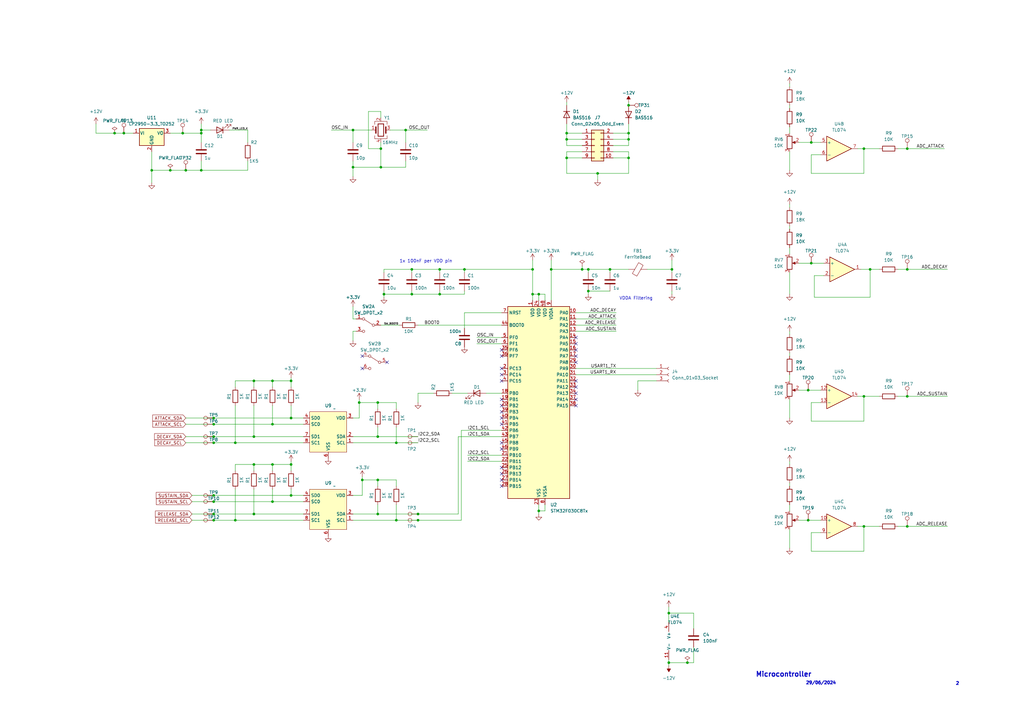
<source format=kicad_sch>
(kicad_sch (version 20230121) (generator eeschema)
  (paper "A3")
  (junction (at 50.8 54.61))
  (junction (at 148.59 196.85))
  (junction (at 331.47 160.02))
  (junction (at 250.19 110.49))
  (junction (at 168.91 120.65))
  (junction (at 111.76 205.74))
  (junction (at 96.52 181.61))
  (junction (at 257.81 57.15))
  (junction (at 162.56 181.61))
  (junction (at 69.85 69.85))
  (junction (at 241.3 119.38))
  (junction (at 180.34 110.49))
  (junction (at 156.21 60.96))
  (junction (at 281.94 271.78))
  (junction (at 104.14 190.5))
  (junction (at 257.81 43.18))
  (junction (at 87.63 213.36))
  (junction (at 190.5 110.49))
  (junction (at 154.94 196.85))
  (junction (at 356.87 110.49))
  (junction (at 372.11 110.49))
  (junction (at 157.48 120.65))
  (junction (at 331.47 213.36))
  (junction (at 119.38 156.21))
  (junction (at 241.3 110.49))
  (junction (at 104.14 156.21))
  (junction (at 274.32 251.46))
  (junction (at 144.78 53.34))
  (junction (at 87.63 210.82))
  (junction (at 372.11 60.96))
  (junction (at 87.63 203.2))
  (junction (at 104.14 179.07))
  (junction (at 76.2 69.85))
  (junction (at 87.63 181.61))
  (junction (at 104.14 210.82))
  (junction (at 354.33 215.9))
  (junction (at 168.91 110.49))
  (junction (at 220.98 120.65))
  (junction (at 82.55 53.34))
  (junction (at 147.32 165.1))
  (junction (at 372.11 215.9))
  (junction (at 144.78 68.58))
  (junction (at 154.94 179.07))
  (junction (at 87.63 173.99))
  (junction (at 119.38 190.5))
  (junction (at 154.94 165.1))
  (junction (at 111.76 173.99))
  (junction (at 372.11 162.56))
  (junction (at 332.74 58.42))
  (junction (at 180.34 120.65))
  (junction (at 82.55 69.85))
  (junction (at 220.98 209.55))
  (junction (at 111.76 156.21))
  (junction (at 275.59 110.49))
  (junction (at 46.99 54.61))
  (junction (at 156.21 68.58))
  (junction (at 245.11 71.12))
  (junction (at 74.93 54.61))
  (junction (at 171.45 213.36))
  (junction (at 257.81 54.61))
  (junction (at 354.33 162.56))
  (junction (at 232.41 54.61))
  (junction (at 87.63 171.45))
  (junction (at 82.55 54.61))
  (junction (at 238.76 110.49))
  (junction (at 166.37 53.34))
  (junction (at 171.45 210.82))
  (junction (at 232.41 57.15))
  (junction (at 218.44 120.65))
  (junction (at 96.52 213.36))
  (junction (at 87.63 179.07))
  (junction (at 119.38 171.45))
  (junction (at 218.44 110.49))
  (junction (at 162.56 213.36))
  (junction (at 274.32 271.78))
  (junction (at 119.38 203.2))
  (junction (at 111.76 190.5))
  (junction (at 354.33 60.96))
  (junction (at 226.06 110.49))
  (junction (at 257.81 64.77))
  (junction (at 87.63 205.74))
  (junction (at 154.94 210.82))
  (junction (at 62.23 69.85))
  (junction (at 332.74 107.95))
  (junction (at 232.41 64.77))
  (no_connect (at 236.22 156.21))
  (no_connect (at 205.74 163.83))
  (no_connect (at 236.22 166.37))
  (no_connect (at 205.74 168.91))
  (no_connect (at 236.22 161.29))
  (no_connect (at 205.74 173.99))
  (no_connect (at 205.74 181.61))
  (no_connect (at 205.74 191.77))
  (no_connect (at 205.74 199.39))
  (no_connect (at 236.22 146.05))
  (no_connect (at 148.59 151.13))
  (no_connect (at 205.74 196.85))
  (no_connect (at 158.75 148.59))
  (no_connect (at 205.74 171.45))
  (no_connect (at 236.22 148.59))
  (no_connect (at 205.74 146.05))
  (no_connect (at 205.74 151.13))
  (no_connect (at 205.74 166.37))
  (no_connect (at 236.22 158.75))
  (no_connect (at 205.74 143.51))
  (no_connect (at 205.74 184.15))
  (no_connect (at 236.22 163.83))
  (no_connect (at 148.59 146.05))
  (no_connect (at 236.22 143.51))
  (no_connect (at 205.74 156.21))
  (no_connect (at 236.22 140.97))
  (no_connect (at 205.74 194.31))
  (no_connect (at 205.74 153.67))
  (no_connect (at 236.22 138.43))
  (wire (pts (xy 332.74 226.06) (xy 354.33 226.06)))
  (wire (pts (xy 104.14 179.07) (xy 124.46 179.07)))
  (wire (pts (xy 372.11 60.96) (xy 387.35 60.96)))
  (wire (pts (xy 226.06 110.49) (xy 238.76 110.49)))
  (wire (pts (xy 356.87 110.49) (xy 353.06 110.49)))
  (wire (pts (xy 220.98 209.55) (xy 220.98 210.82)))
  (wire (pts (xy 82.55 66.04) (xy 82.55 69.85)))
  (wire (pts (xy 241.3 110.49) (xy 250.19 110.49)))
  (wire (pts (xy 257.81 41.91) (xy 257.81 43.18)))
  (wire (pts (xy 144.78 179.07) (xy 154.94 179.07)))
  (wire (pts (xy 154.94 165.1) (xy 162.56 165.1)))
  (wire (pts (xy 327.66 213.36) (xy 331.47 213.36)))
  (wire (pts (xy 336.55 218.44) (xy 332.74 218.44)))
  (wire (pts (xy 104.14 166.37) (xy 104.14 179.07)))
  (wire (pts (xy 236.22 130.81) (xy 252.73 130.81)))
  (wire (pts (xy 257.81 64.77) (xy 257.81 71.12)))
  (wire (pts (xy 96.52 158.75) (xy 96.52 156.21)))
  (wire (pts (xy 274.32 270.51) (xy 274.32 271.78)))
  (wire (pts (xy 251.46 59.69) (xy 257.81 59.69)))
  (wire (pts (xy 334.01 113.03) (xy 334.01 121.92)))
  (wire (pts (xy 147.32 171.45) (xy 144.78 171.45)))
  (wire (pts (xy 166.37 53.34) (xy 175.26 53.34)))
  (wire (pts (xy 331.47 160.02) (xy 336.55 160.02)))
  (wire (pts (xy 232.41 64.77) (xy 232.41 71.12)))
  (wire (pts (xy 232.41 57.15) (xy 232.41 54.61)))
  (wire (pts (xy 354.33 226.06) (xy 354.33 215.9)))
  (wire (pts (xy 154.94 175.26) (xy 154.94 179.07)))
  (wire (pts (xy 275.59 119.38) (xy 275.59 120.65)))
  (wire (pts (xy 76.2 181.61) (xy 87.63 181.61)))
  (wire (pts (xy 257.81 59.69) (xy 257.81 57.15)))
  (wire (pts (xy 187.96 179.07) (xy 205.74 179.07)))
  (wire (pts (xy 96.52 213.36) (xy 124.46 213.36)))
  (wire (pts (xy 275.59 106.68) (xy 275.59 110.49)))
  (wire (pts (xy 96.52 166.37) (xy 96.52 181.61)))
  (wire (pts (xy 87.63 179.07) (xy 104.14 179.07)))
  (wire (pts (xy 156.21 68.58) (xy 166.37 68.58)))
  (wire (pts (xy 157.48 120.65) (xy 168.91 120.65)))
  (wire (pts (xy 87.63 210.82) (xy 104.14 210.82)))
  (wire (pts (xy 354.33 60.96) (xy 360.68 60.96)))
  (wire (pts (xy 148.59 196.85) (xy 154.94 196.85)))
  (wire (pts (xy 226.06 110.49) (xy 226.06 123.19)))
  (wire (pts (xy 157.48 111.76) (xy 157.48 110.49)))
  (wire (pts (xy 144.78 68.58) (xy 156.21 68.58)))
  (wire (pts (xy 154.94 179.07) (xy 171.45 179.07)))
  (wire (pts (xy 195.58 140.97) (xy 205.74 140.97)))
  (wire (pts (xy 232.41 50.8) (xy 232.41 54.61)))
  (wire (pts (xy 245.11 73.66) (xy 245.11 71.12)))
  (wire (pts (xy 257.81 50.8) (xy 257.81 54.61)))
  (wire (pts (xy 148.59 203.2) (xy 144.78 203.2)))
  (wire (pts (xy 147.32 165.1) (xy 147.32 171.45)))
  (wire (pts (xy 232.41 59.69) (xy 232.41 57.15)))
  (wire (pts (xy 323.85 111.76) (xy 323.85 120.65)))
  (wire (pts (xy 274.32 248.92) (xy 274.32 251.46)))
  (wire (pts (xy 250.19 110.49) (xy 257.81 110.49)))
  (wire (pts (xy 323.85 135.89) (xy 323.85 137.16)))
  (wire (pts (xy 180.34 120.65) (xy 190.5 120.65)))
  (wire (pts (xy 104.14 190.5) (xy 104.14 193.04)))
  (wire (pts (xy 111.76 156.21) (xy 111.76 158.75)))
  (wire (pts (xy 78.74 213.36) (xy 87.63 213.36)))
  (wire (pts (xy 104.14 200.66) (xy 104.14 210.82)))
  (wire (pts (xy 180.34 110.49) (xy 190.5 110.49)))
  (wire (pts (xy 166.37 68.58) (xy 166.37 66.04)))
  (wire (pts (xy 356.87 121.92) (xy 356.87 110.49)))
  (wire (pts (xy 327.66 58.42) (xy 332.74 58.42)))
  (wire (pts (xy 144.78 68.58) (xy 144.78 72.39)))
  (wire (pts (xy 199.39 161.29) (xy 205.74 161.29)))
  (wire (pts (xy 332.74 172.72) (xy 354.33 172.72)))
  (wire (pts (xy 257.81 57.15) (xy 257.81 54.61)))
  (wire (pts (xy 119.38 200.66) (xy 119.38 203.2)))
  (wire (pts (xy 104.14 156.21) (xy 104.14 158.75)))
  (wire (pts (xy 151.13 60.96) (xy 156.21 60.96)))
  (wire (pts (xy 69.85 54.61) (xy 74.93 54.61)))
  (wire (pts (xy 327.66 107.95) (xy 332.74 107.95)))
  (wire (pts (xy 154.94 165.1) (xy 147.32 165.1)))
  (wire (pts (xy 157.48 120.65) (xy 157.48 121.92)))
  (wire (pts (xy 372.11 162.56) (xy 388.62 162.56)))
  (wire (pts (xy 190.5 119.38) (xy 190.5 120.65)))
  (wire (pts (xy 87.63 203.2) (xy 119.38 203.2)))
  (wire (pts (xy 156.21 48.26) (xy 156.21 45.72)))
  (wire (pts (xy 144.78 68.58) (xy 144.78 66.04)))
  (wire (pts (xy 111.76 205.74) (xy 124.46 205.74)))
  (wire (pts (xy 62.23 69.85) (xy 62.23 74.93)))
  (wire (pts (xy 218.44 120.65) (xy 220.98 120.65)))
  (wire (pts (xy 76.2 69.85) (xy 82.55 69.85)))
  (wire (pts (xy 218.44 106.68) (xy 218.44 110.49)))
  (wire (pts (xy 190.5 110.49) (xy 218.44 110.49)))
  (wire (pts (xy 351.79 215.9) (xy 354.33 215.9)))
  (wire (pts (xy 144.78 53.34) (xy 144.78 58.42)))
  (wire (pts (xy 87.63 171.45) (xy 119.38 171.45)))
  (wire (pts (xy 78.74 203.2) (xy 87.63 203.2)))
  (wire (pts (xy 232.41 64.77) (xy 238.76 64.77)))
  (wire (pts (xy 238.76 54.61) (xy 232.41 54.61)))
  (wire (pts (xy 104.14 156.21) (xy 111.76 156.21)))
  (wire (pts (xy 241.3 119.38) (xy 241.3 120.65)))
  (wire (pts (xy 323.85 153.67) (xy 323.85 156.21)))
  (wire (pts (xy 87.63 181.61) (xy 96.52 181.61)))
  (wire (pts (xy 111.76 173.99) (xy 124.46 173.99)))
  (wire (pts (xy 323.85 163.83) (xy 323.85 171.45)))
  (wire (pts (xy 171.45 161.29) (xy 171.45 165.1)))
  (wire (pts (xy 166.37 53.34) (xy 166.37 58.42)))
  (wire (pts (xy 78.74 210.82) (xy 87.63 210.82)))
  (wire (pts (xy 93.98 53.34) (xy 101.6 53.34)))
  (wire (pts (xy 368.3 215.9) (xy 372.11 215.9)))
  (wire (pts (xy 87.63 173.99) (xy 111.76 173.99)))
  (wire (pts (xy 78.74 205.74) (xy 87.63 205.74)))
  (wire (pts (xy 76.2 179.07) (xy 87.63 179.07)))
  (wire (pts (xy 171.45 133.35) (xy 205.74 133.35)))
  (wire (pts (xy 144.78 181.61) (xy 162.56 181.61)))
  (wire (pts (xy 119.38 166.37) (xy 119.38 171.45)))
  (wire (pts (xy 327.66 160.02) (xy 331.47 160.02)))
  (wire (pts (xy 168.91 111.76) (xy 168.91 110.49)))
  (wire (pts (xy 220.98 120.65) (xy 223.52 120.65)))
  (wire (pts (xy 238.76 110.49) (xy 241.3 110.49)))
  (wire (pts (xy 168.91 110.49) (xy 180.34 110.49)))
  (wire (pts (xy 281.94 271.78) (xy 284.48 271.78)))
  (wire (pts (xy 332.74 58.42) (xy 336.55 58.42)))
  (wire (pts (xy 144.78 125.73) (xy 144.78 130.81)))
  (wire (pts (xy 96.52 181.61) (xy 124.46 181.61)))
  (wire (pts (xy 336.55 165.1) (xy 332.74 165.1)))
  (wire (pts (xy 82.55 53.34) (xy 86.36 53.34)))
  (wire (pts (xy 238.76 57.15) (xy 232.41 57.15)))
  (wire (pts (xy 157.48 119.38) (xy 157.48 120.65)))
  (wire (pts (xy 87.63 213.36) (xy 96.52 213.36)))
  (wire (pts (xy 87.63 205.74) (xy 111.76 205.74)))
  (wire (pts (xy 76.2 173.99) (xy 87.63 173.99)))
  (wire (pts (xy 218.44 110.49) (xy 218.44 120.65)))
  (wire (pts (xy 351.79 60.96) (xy 354.33 60.96)))
  (wire (pts (xy 323.85 207.01) (xy 323.85 209.55)))
  (wire (pts (xy 171.45 213.36) (xy 189.23 213.36)))
  (wire (pts (xy 69.85 69.85) (xy 76.2 69.85)))
  (wire (pts (xy 50.8 54.61) (xy 54.61 54.61)))
  (wire (pts (xy 189.23 213.36) (xy 189.23 176.53)))
  (wire (pts (xy 323.85 83.82) (xy 323.85 85.09)))
  (wire (pts (xy 111.76 190.5) (xy 111.76 193.04)))
  (wire (pts (xy 223.52 207.01) (xy 223.52 209.55)))
  (wire (pts (xy 154.94 199.39) (xy 154.94 196.85)))
  (wire (pts (xy 76.2 171.45) (xy 87.63 171.45)))
  (wire (pts (xy 154.94 207.01) (xy 154.94 210.82)))
  (wire (pts (xy 323.85 62.23) (xy 323.85 69.85)))
  (wire (pts (xy 111.76 166.37) (xy 111.76 173.99)))
  (wire (pts (xy 323.85 217.17) (xy 323.85 224.79)))
  (wire (pts (xy 236.22 135.89) (xy 252.73 135.89)))
  (wire (pts (xy 162.56 199.39) (xy 162.56 196.85)))
  (wire (pts (xy 274.32 271.78) (xy 274.32 273.05)))
  (wire (pts (xy 205.74 128.27) (xy 190.5 128.27)))
  (wire (pts (xy 241.3 111.76) (xy 241.3 110.49)))
  (wire (pts (xy 284.48 257.81) (xy 284.48 251.46)))
  (wire (pts (xy 323.85 52.07) (xy 323.85 54.61)))
  (wire (pts (xy 238.76 109.22) (xy 238.76 110.49)))
  (wire (pts (xy 191.77 189.23) (xy 205.74 189.23)))
  (wire (pts (xy 96.52 190.5) (xy 104.14 190.5)))
  (wire (pts (xy 372.11 110.49) (xy 388.62 110.49)))
  (wire (pts (xy 189.23 176.53) (xy 205.74 176.53)))
  (wire (pts (xy 368.3 60.96) (xy 372.11 60.96)))
  (wire (pts (xy 257.81 54.61) (xy 251.46 54.61)))
  (wire (pts (xy 168.91 120.65) (xy 180.34 120.65)))
  (wire (pts (xy 190.5 111.76) (xy 190.5 110.49)))
  (wire (pts (xy 62.23 62.23) (xy 62.23 69.85)))
  (wire (pts (xy 46.99 54.61) (xy 50.8 54.61)))
  (wire (pts (xy 144.78 53.34) (xy 152.4 53.34)))
  (wire (pts (xy 162.56 207.01) (xy 162.56 213.36)))
  (wire (pts (xy 156.21 60.96) (xy 156.21 68.58)))
  (wire (pts (xy 144.78 213.36) (xy 162.56 213.36)))
  (wire (pts (xy 156.21 58.42) (xy 156.21 60.96)))
  (wire (pts (xy 257.81 62.23) (xy 257.81 64.77)))
  (wire (pts (xy 368.3 110.49) (xy 372.11 110.49)))
  (wire (pts (xy 354.33 215.9) (xy 360.68 215.9)))
  (wire (pts (xy 147.32 163.83) (xy 147.32 165.1)))
  (wire (pts (xy 332.74 107.95) (xy 337.82 107.95)))
  (wire (pts (xy 251.46 57.15) (xy 257.81 57.15)))
  (wire (pts (xy 372.11 215.9) (xy 388.62 215.9)))
  (wire (pts (xy 323.85 92.71) (xy 323.85 93.98)))
  (wire (pts (xy 74.93 54.61) (xy 82.55 54.61)))
  (wire (pts (xy 354.33 162.56) (xy 360.68 162.56)))
  (wire (pts (xy 226.06 106.68) (xy 226.06 110.49)))
  (wire (pts (xy 96.52 193.04) (xy 96.52 190.5)))
  (wire (pts (xy 275.59 111.76) (xy 275.59 110.49)))
  (wire (pts (xy 111.76 156.21) (xy 119.38 156.21)))
  (wire (pts (xy 236.22 151.13) (xy 269.24 151.13)))
  (wire (pts (xy 220.98 209.55) (xy 223.52 209.55)))
  (wire (pts (xy 332.74 218.44) (xy 332.74 226.06)))
  (wire (pts (xy 332.74 71.12) (xy 354.33 71.12)))
  (wire (pts (xy 154.94 196.85) (xy 162.56 196.85)))
  (wire (pts (xy 82.55 50.8) (xy 82.55 53.34)))
  (wire (pts (xy 191.77 186.69) (xy 205.74 186.69)))
  (wire (pts (xy 101.6 66.04) (xy 101.6 69.85)))
  (wire (pts (xy 323.85 43.18) (xy 323.85 44.45)))
  (wire (pts (xy 336.55 63.5) (xy 332.74 63.5)))
  (wire (pts (xy 156.21 45.72) (xy 151.13 45.72)))
  (wire (pts (xy 119.38 171.45) (xy 124.46 171.45)))
  (wire (pts (xy 148.59 195.58) (xy 148.59 196.85)))
  (wire (pts (xy 111.76 190.5) (xy 119.38 190.5)))
  (wire (pts (xy 236.22 128.27) (xy 252.73 128.27)))
  (wire (pts (xy 223.52 123.19) (xy 223.52 120.65)))
  (wire (pts (xy 351.79 162.56) (xy 354.33 162.56)))
  (wire (pts (xy 238.76 62.23) (xy 232.41 62.23)))
  (wire (pts (xy 269.24 156.21) (xy 261.62 156.21)))
  (wire (pts (xy 332.74 63.5) (xy 332.74 71.12)))
  (wire (pts (xy 232.41 62.23) (xy 232.41 64.77)))
  (wire (pts (xy 154.94 210.82) (xy 171.45 210.82)))
  (wire (pts (xy 218.44 120.65) (xy 218.44 123.19)))
  (wire (pts (xy 323.85 34.29) (xy 323.85 35.56)))
  (wire (pts (xy 168.91 119.38) (xy 168.91 120.65)))
  (wire (pts (xy 236.22 133.35) (xy 252.73 133.35)))
  (wire (pts (xy 354.33 71.12) (xy 354.33 60.96)))
  (wire (pts (xy 274.32 251.46) (xy 284.48 251.46)))
  (wire (pts (xy 265.43 110.49) (xy 275.59 110.49)))
  (wire (pts (xy 119.38 154.94) (xy 119.38 156.21)))
  (wire (pts (xy 119.38 156.21) (xy 119.38 158.75)))
  (wire (pts (xy 232.41 71.12) (xy 245.11 71.12)))
  (wire (pts (xy 135.89 53.34) (xy 144.78 53.34)))
  (wire (pts (xy 190.5 128.27) (xy 190.5 134.62)))
  (wire (pts (xy 82.55 69.85) (xy 101.6 69.85)))
  (wire (pts (xy 144.78 130.81) (xy 146.05 130.81)))
  (wire (pts (xy 119.38 189.23) (xy 119.38 190.5)))
  (wire (pts (xy 257.81 71.12) (xy 245.11 71.12)))
  (wire (pts (xy 332.74 165.1) (xy 332.74 172.72)))
  (wire (pts (xy 195.58 138.43) (xy 205.74 138.43)))
  (wire (pts (xy 250.19 111.76) (xy 250.19 110.49)))
  (wire (pts (xy 82.55 53.34) (xy 82.55 54.61)))
  (wire (pts (xy 274.32 271.78) (xy 281.94 271.78)))
  (wire (pts (xy 144.78 135.89) (xy 146.05 135.89)))
  (wire (pts (xy 69.85 69.85) (xy 62.23 69.85)))
  (wire (pts (xy 356.87 110.49) (xy 360.68 110.49)))
  (wire (pts (xy 241.3 119.38) (xy 250.19 119.38)))
  (wire (pts (xy 151.13 45.72) (xy 151.13 60.96)))
  (wire (pts (xy 104.14 210.82) (xy 124.46 210.82)))
  (wire (pts (xy 323.85 198.12) (xy 323.85 199.39)))
  (wire (pts (xy 39.37 54.61) (xy 46.99 54.61)))
  (wire (pts (xy 331.47 213.36) (xy 336.55 213.36)))
  (wire (pts (xy 162.56 213.36) (xy 171.45 213.36)))
  (wire (pts (xy 101.6 53.34) (xy 101.6 58.42)))
  (wire (pts (xy 354.33 172.72) (xy 354.33 162.56)))
  (wire (pts (xy 104.14 190.5) (xy 111.76 190.5)))
  (wire (pts (xy 323.85 144.78) (xy 323.85 146.05)))
  (wire (pts (xy 323.85 189.23) (xy 323.85 190.5)))
  (wire (pts (xy 160.02 53.34) (xy 166.37 53.34)))
  (wire (pts (xy 96.52 156.21) (xy 104.14 156.21)))
  (wire (pts (xy 96.52 200.66) (xy 96.52 213.36)))
  (wire (pts (xy 180.34 119.38) (xy 180.34 120.65)))
  (wire (pts (xy 144.78 135.89) (xy 144.78 139.7)))
  (wire (pts (xy 284.48 265.43) (xy 284.48 271.78)))
  (wire (pts (xy 337.82 113.03) (xy 334.01 113.03)))
  (wire (pts (xy 162.56 175.26) (xy 162.56 181.61)))
  (wire (pts (xy 232.41 41.91) (xy 232.41 43.18)))
  (wire (pts (xy 119.38 190.5) (xy 119.38 193.04)))
  (wire (pts (xy 119.38 203.2) (xy 124.46 203.2)))
  (wire (pts (xy 236.22 153.67) (xy 269.24 153.67)))
  (wire (pts (xy 144.78 210.82) (xy 154.94 210.82)))
  (wire (pts (xy 157.48 110.49) (xy 168.91 110.49)))
  (wire (pts (xy 187.96 210.82) (xy 187.96 179.07)))
  (wire (pts (xy 368.3 162.56) (xy 372.11 162.56)))
  (wire (pts (xy 148.59 196.85) (xy 148.59 203.2)))
  (wire (pts (xy 238.76 59.69) (xy 232.41 59.69)))
  (wire (pts (xy 220.98 123.19) (xy 220.98 120.65)))
  (wire (pts (xy 171.45 210.82) (xy 187.96 210.82)))
  (wire (pts (xy 162.56 167.64) (xy 162.56 165.1)))
  (wire (pts (xy 180.34 111.76) (xy 180.34 110.49)))
  (wire (pts (xy 251.46 64.77) (xy 257.81 64.77)))
  (wire (pts (xy 177.8 161.29) (xy 171.45 161.29)))
  (wire (pts (xy 334.01 121.92) (xy 356.87 121.92)))
  (wire (pts (xy 111.76 200.66) (xy 111.76 205.74)))
  (wire (pts (xy 154.94 167.64) (xy 154.94 165.1)))
  (wire (pts (xy 220.98 207.01) (xy 220.98 209.55)))
  (wire (pts (xy 251.46 62.23) (xy 257.81 62.23)))
  (wire (pts (xy 162.56 181.61) (xy 171.45 181.61)))
  (wire (pts (xy 323.85 101.6) (xy 323.85 104.14)))
  (wire (pts (xy 39.37 50.8) (xy 39.37 54.61)))
  (wire (pts (xy 82.55 54.61) (xy 82.55 58.42)))
  (wire (pts (xy 156.21 133.35) (xy 163.83 133.35)))
  (wire (pts (xy 274.32 251.46) (xy 274.32 255.27)))
  (wire (pts (xy 185.42 161.29) (xy 191.77 161.29)))
  (wire (pts (xy 261.62 156.21) (xy 261.62 160.02)))
  (text "1x 100nF per VDD pin" (at 163.83 107.95 0) (effects (font (size 1.27 1.27)) (justify left bottom)))
  (text "29/06/2024" (at 330.454 280.924 0) (effects (font (size 1.25 1.25) (thickness 0.4) bold) (justify left bottom)))
  (text "2" (at 391.922 281.178 0) (effects (font (size 1.25 1.25) (thickness 0.4) bold) (justify left bottom)))
  (text "VDDA Filtering" (at 254 123.19 0) (effects (font (size 1.27 1.27)) (justify left bottom)))
  (text "Microcontroller" (at 309.88 277.876 0) (effects (font (size 2 2) (thickness 0.4) bold) (justify left bottom)))
  (label "ADC_RELEASE" (at 252.73 133.35 180))
  (label "ADC_SUSTAIN" (at 252.73 135.89 180))
  (label "ADC_DECAY" (at 388.62 110.49 180))
  (label "ADC_DECAY" (at 252.73 128.27 180))
  (label "OSC_IN" (at 195.58 138.43 0))
  (label "I2C1_SDA" (at 191.77 179.07 0))
  (label "I2C2_SDA" (at 171.45 179.07 0))
  (label "ADC_ATTACK" (at 252.73 130.81 180))
  (label "ADC_ATTACK" (at 387.35 60.96 180))
  (label "OSC_OUT" (at 167.64 53.34 0))
  (label "I2C2_SDA" (at 191.77 189.23 0))
  (label "OSC_IN" (at 135.89 53.34 0))
  (label "SW_BOOT0" (at 157.48 133.35 0) (effects (font (size 0.75 0.75))))
  (label "BOOT0" (at 173.99 133.35 0))
  (label "I2C2_SCL" (at 171.45 181.61 0))
  (label "ADC_SUSTAIN" (at 388.62 162.56 180))
  (label "USART1_TX" (at 252.73 151.13 180))
  (label "I2C1_SCL" (at 191.77 176.53 0))
  (label "ADC_RELEASE" (at 388.62 215.9 180))
  (label "OSC_OUT" (at 195.58 140.97 0))
  (label "PWR_LED_K" (at 95.25 53.34 0) (effects (font (size 0.75 0.75))))
  (label "I2C2_SCL" (at 191.77 186.69 0))
  (label "USART1_RX" (at 252.73 153.67 180))
  (global_label "RELEASE_SDA" (shape input) (at 78.74 210.82 180) (property "Intersheetrefs" "${INTERSHEET_REFS}" (effects hide)))
  (global_label "SUSTAIN_SCL" (shape input) (at 78.74 205.74 180) (property "Intersheetrefs" "${INTERSHEET_REFS}" (effects hide)))
  (global_label "ATTACK_SDA" (shape input) (at 76.2 171.45 180) (property "Intersheetrefs" "${INTERSHEET_REFS}" (effects hide)))
  (global_label "RELEASE_SCL" (shape input) (at 78.74 213.36 180) (property "Intersheetrefs" "${INTERSHEET_REFS}" (effects hide)))
  (global_label "DECAY_SCL" (shape input) (at 76.2 181.61 180) (property "Intersheetrefs" "${INTERSHEET_REFS}" (effects hide)))
  (global_label "ATTACK_SCL" (shape input) (at 76.2 173.99 180) (property "Intersheetrefs" "${INTERSHEET_REFS}" (effects hide)))
  (global_label "SUSTAIN_SDA" (shape input) (at 78.74 203.2 180) (property "Intersheetrefs" "${INTERSHEET_REFS}" (effects hide)))
  (global_label "DECAY_SDA" (shape input) (at 76.2 179.07 180) (property "Intersheetrefs" "${INTERSHEET_REFS}" (effects hide)))
  (symbol (lib_id "Device:C") (at 82.55 62.23 0) (unit 1)
    (property "Reference" "C12" (at 83.82 59.69 0) (effects (justify left)))
    (property "Value" "1u" (at 83.82 64.77 0) (effects (justify left)))
    (property "Footprint" "Capacitor_SMD:C_0603_1608Metric_Pad1.08x0.95mm_HandSolder" (effects hide))
    (instances (project "STM32 Initial Rev" (path "" (reference "C12") (unit 1))) (project "ADSR Envelope" (path "" (reference "C13") (unit 1))))
  )
  (symbol (lib_id "Device:R") (at 364.49 60.96 90) (unit 1)
    (property "Reference" "R9" (at 364.49 54.61 90))
    (property "Value" "10K" (at 364.49 57.15 90))
    (property "Footprint" "Resistor_SMD:R_0603_1608Metric_Pad0.98x0.95mm_HandSolder" (effects hide))
    (instances (project "ADSR Envelope" (path "" (reference "R9") (unit 1)) (path "" (reference "R12") (unit 1)) (path "" (reference "R33") (unit 1))))
  )
  (symbol (lib_id "power:GND") (at 261.62 160.02 0) (unit 1)
    (property "Reference" "#PWR06" (effects hide))
    (property "Value" "GND" (effects hide))
    (instances (project "STM32 Initial Rev" (path "" (reference "#PWR06") (unit 1))) (project "ADSR Envelope" (path "" (reference "#PWR069") (unit 1))))
  )
  (symbol (lib_id "power:+3.3V") (at 147.32 163.83 0) (mirror y) (unit 1)
    (property "Reference" "#PWR010" (effects hide))
    (property "Value" "+3.3V" (at 147.32 160.02 0))
    (instances (project "STM32 Initial Rev" (path "" (reference "#PWR010") (unit 1))) (project "ADSR Envelope" (path "" (reference "#PWR056") (unit 1))))
  )
  (symbol (lib_id "Diode:BAS516") (at 257.81 46.99 90) (unit 1)
    (property "Reference" "D2" (at 260.35 45.72 90) (effects (justify right)))
    (property "Value" "BAS516" (at 260.35 48.26 90) (effects (justify right)))
    (property "Footprint" "Diode_SMD:D_SOD-523" (effects hide))
    (property "Datasheet" "https://assets.nexperia.com/documents/data-sheet/BAS16_SER.pdf" (effects hide))
    (property "Sim.Device" "D" (effects hide))
    (property "Sim.Pins" "1=K 2=A" (effects hide))
    (instances (project "VCA" (path "" (reference "D2") (unit 1))) (project "ADSR Envelope" (path "" (reference "D9") (unit 1))))
  )
  (symbol (lib_id "Device:R") (at 104.14 196.85 180) (unit 1)
    (property "Reference" "R1" (at 101.6 196.85 90))
    (property "Value" "1K" (at 106.68 196.85 90))
    (property "Footprint" "Resistor_SMD:R_0603_1608Metric_Pad0.98x0.95mm_HandSolder" (effects hide))
    (instances (project "STM32 Initial Rev" (path "" (reference "R1") (unit 1))) (project "ADSR Envelope" (path "" (reference "R53") (unit 1))))
  )
  (symbol (lib_id "Connector:TestPoint") (at 76.2 69.85 0) (unit 1)
    (property "Reference" "TP32" (at 76.2 64.77 0))
    (property "Value" "TestPoint" (effects hide))
    (property "Footprint" "TestPoint:TestPoint_Pad_D1.0mm" (effects hide))
  )
  (symbol (lib_id "power:+3.3V") (at 144.78 125.73 0) (mirror y) (unit 1)
    (property "Reference" "#PWR010" (effects hide))
    (property "Value" "+3.3V" (at 144.78 121.92 0))
    (instances (project "STM32 Initial Rev" (path "" (reference "#PWR010") (unit 1))) (project "ADSR Envelope" (path "" (reference "#PWR032") (unit 1))))
  )
  (symbol (lib_id "Device:R_Potentiometer") (at 323.85 213.36 0) (unit 1)
    (property "Reference" "RV9" (at 321.31 212.09 0) (effects (justify right)))
    (property "Value" "10K" (at 321.31 214.63 0) (effects (justify right)))
    (property "Footprint" "Potentiometer_THT:Potentiometer_Bourns_PTA4543_Single_Slide" (effects hide))
  )
  (symbol (lib_id "Connector_Generic:Conn_02x05_Odd_Even") (at 243.84 59.69 0) (unit 1)
    (property "Reference" "J7" (at 245.11 48.26 0))
    (property "Value" "Conn_02x05_Odd_Even" (at 245.11 50.8 0))
    (property "Footprint" "Connector_IDC:IDC-Header_2x05_P2.54mm_Vertical" (effects hide))
    (instances (project "VCA" (path "" (reference "J7") (unit 1))) (project "ADSR Envelope" (path "" (reference "J3") (unit 1))))
  )
  (symbol (lib_id "Device:R") (at 181.61 161.29 270) (unit 1)
    (property "Reference" "R2" (at 177.8 158.75 0))
    (property "Value" "1K5" (at 185.42 158.75 0))
    (property "Footprint" "Resistor_SMD:R_0603_1608Metric_Pad0.98x0.95mm_HandSolder" (effects hide))
    (instances (project "STM32 Initial Rev" (path "" (reference "R2") (unit 1))) (project "ADSR Envelope" (path "" (reference "R43") (unit 1))))
  )
  (symbol (lib_id "Device:R") (at 167.64 133.35 90) (unit 1)
    (property "Reference" "R1" (at 167.64 130.81 90))
    (property "Value" "10K" (at 167.64 135.89 90))
    (property "Footprint" "Resistor_SMD:R_0805_2012Metric_Pad1.20x1.40mm_HandSolder" (effects hide))
    (instances (project "STM32 Initial Rev" (path "" (reference "R1") (unit 1))) (project "ADSR Envelope" (path "" (reference "R30") (unit 1))))
  )
  (symbol (lib_id "Connector:TestPoint") (at 87.63 171.45 90) (unit 1)
    (property "Reference" "TP5" (at 87.63 170.18 90))
    (property "Value" "TestPoint" (effects hide))
    (property "Footprint" "TestPoint:TestPoint_Pad_D1.0mm" (effects hide))
  )
  (symbol (lib_id "power:PWR_FLAG") (at 238.76 109.22 0) (unit 1)
    (property "Reference" "#FLG01" (effects hide))
    (property "Value" "PWR_FLAG" (at 238.76 104.14 0))
  )
  (symbol (lib_id "Device:FerriteBead") (at 261.62 110.49 90) (unit 1)
    (property "Reference" "FB1" (at 261.5692 102.87 90))
    (property "Value" "FerriteBead" (at 261.5692 105.41 90))
    (property "Footprint" "Inductor_SMD:L_0603_1608Metric" (effects hide))
  )
  (symbol (lib_id "power:+3.3V") (at 218.44 106.68 0) (unit 1)
    (property "Reference" "#PWR02" (effects hide))
    (property "Value" "+3.3V" (at 218.44 102.87 0))
    (instances (project "STM32 Initial Rev" (path "" (reference "#PWR02") (unit 1))) (project "ADSR Envelope" (path "" (reference "#PWR023") (unit 1))))
  )
  (symbol (lib_id "MCU_ST_STM32F0:STM32F030C8Tx") (at 220.98 166.37 0) (unit 1)
    (property "Reference" "U2" (at 225.7141 207.01 0) (effects (justify left)))
    (property "Value" "STM32F030C8Tx" (at 225.7141 209.55 0) (effects (justify left)))
    (property "Footprint" "Package_QFP:LQFP-48_7x7mm_P0.5mm" (effects hide))
    (property "Datasheet" "https://www.st.com/resource/en/datasheet/stm32f030c8.pdf" (effects hide))
  )
  (symbol (lib_id "Device:R") (at 323.85 203.2 0) (unit 1)
    (property "Reference" "R9" (at 326.39 201.93 0) (effects (justify left)))
    (property "Value" "10K" (at 326.39 204.47 0) (effects (justify left)))
    (property "Footprint" "Resistor_SMD:R_0603_1608Metric_Pad0.98x0.95mm_HandSolder" (effects hide))
    (instances (project "ADSR Envelope" (path "" (reference "R9") (unit 1)) (path "" (reference "R12") (unit 1)) (path "" (reference "R41") (unit 1))))
  )
  (symbol (lib_id "Device:R_Potentiometer") (at 323.85 107.95 0) (unit 1)
    (property "Reference" "RV7" (at 321.31 106.68 0) (effects (justify right)))
    (property "Value" "10K" (at 321.31 109.22 0) (effects (justify right)))
    (property "Footprint" "Potentiometer_THT:Potentiometer_Bourns_PTA4543_Single_Slide" (effects hide))
  )
  (symbol (lib_id "Connector:TestPoint") (at 87.63 213.36 90) (unit 1)
    (property "Reference" "TP12" (at 87.63 212.09 90))
    (property "Value" "TestPoint" (effects hide))
    (property "Footprint" "TestPoint:TestPoint_Pad_D1.0mm" (effects hide))
  )
  (symbol (lib_id "Connector:TestPoint") (at 171.45 181.61 90) (unit 1)
    (property "Reference" "TP2" (at 168.91 184.15 90))
    (property "Value" "TestPoint" (effects hide))
    (property "Footprint" "TestPoint:TestPoint_Pad_D1.0mm" (effects hide))
  )
  (symbol (lib_id "Amplifier_Operational:TL074") (at 344.17 162.56 0) (unit 4)
    (property "Reference" "U4" (at 344.17 152.4 0))
    (property "Value" "TL074" (at 344.17 154.94 0))
    (property "Footprint" "Package_SO:SOIC-14_3.9x8.7mm_P1.27mm" (effects hide))
    (property "Datasheet" "http://www.ti.com/lit/ds/symlink/tl071.pdf" (effects hide))
  )
  (symbol (lib_id "Connector:TestPoint") (at 74.93 54.61 0) (unit 1)
    (property "Reference" "TP14" (at 74.93 49.53 0))
    (property "Value" "TestPoint" (effects hide))
    (property "Footprint" "TestPoint:TestPoint_Pad_D1.0mm" (effects hide))
  )
  (symbol (lib_id "Device:C") (at 241.3 115.57 0) (unit 1)
    (property "Reference" "C5" (at 242.57 113.03 0) (effects (justify left)))
    (property "Value" "10n" (at 242.57 118.11 0) (effects (justify left)))
    (property "Footprint" "Capacitor_SMD:C_0603_1608Metric_Pad1.08x0.95mm_HandSolder" (effects hide))
    (instances (project "STM32 Initial Rev" (path "" (reference "C5") (unit 1))) (project "ADSR Envelope" (path "" (reference "C9") (unit 1))))
  )
  (symbol (lib_id "Device:R") (at 119.38 196.85 180) (unit 1)
    (property "Reference" "R1" (at 116.84 196.85 90))
    (property "Value" "1K" (at 121.92 196.85 90))
    (property "Footprint" "Resistor_SMD:R_0603_1608Metric_Pad0.98x0.95mm_HandSolder" (effects hide))
    (instances (project "STM32 Initial Rev" (path "" (reference "R1") (unit 1))) (project "ADSR Envelope" (path "" (reference "R55") (unit 1))))
  )
  (symbol (lib_id "Device:R") (at 154.94 171.45 180) (unit 1)
    (property "Reference" "R1" (at 152.4 171.45 90))
    (property "Value" "1K" (at 157.48 171.45 90))
    (property "Footprint" "Resistor_SMD:R_0603_1608Metric_Pad0.98x0.95mm_HandSolder" (effects hide))
    (instances (project "STM32 Initial Rev" (path "" (reference "R1") (unit 1))) (project "ADSR Envelope" (path "" (reference "R44") (unit 1))))
  )
  (symbol (lib_id "Connector:TestPoint") (at 87.63 210.82 90) (unit 1)
    (property "Reference" "TP11" (at 87.63 209.55 90))
    (property "Value" "TestPoint" (effects hide))
    (property "Footprint" "TestPoint:TestPoint_Pad_D1.0mm" (effects hide))
  )
  (symbol (lib_id "power:GND") (at 220.98 210.82 0) (unit 1)
    (property "Reference" "#PWR03" (effects hide))
    (property "Value" "GND" (effects hide))
    (instances (project "STM32 Initial Rev" (path "" (reference "#PWR03") (unit 1))) (project "ADSR Envelope" (path "" (reference "#PWR034") (unit 1))))
  )
  (symbol (lib_id "power:GND") (at 323.85 171.45 0) (unit 1)
    (property "Reference" "#PWR011" (effects hide))
    (property "Value" "GND" (effects hide))
    (instances (project "STM32 Initial Rev" (path "" (reference "#PWR011") (unit 1))) (project "ADSR Envelope" (path "" (reference "#PWR041") (unit 1))))
  )
  (symbol (lib_id "power:-12V") (at 257.81 41.91 0) (unit 1)
    (property "Reference" "#PWR029" (effects hide))
    (property "Value" "-12V" (at 257.81 38.1 0))
    (instances (project "VCA" (path "" (reference "#PWR029") (unit 1))) (project "ADSR Envelope" (path "" (reference "#PWR068") (unit 1))))
  )
  (symbol (lib_id "Device:R") (at 119.38 162.56 180) (unit 1)
    (property "Reference" "R1" (at 116.84 162.56 90))
    (property "Value" "1K" (at 121.92 162.56 90))
    (property "Footprint" "Resistor_SMD:R_0603_1608Metric_Pad0.98x0.95mm_HandSolder" (effects hide))
    (instances (project "STM32 Initial Rev" (path "" (reference "R1") (unit 1))) (project "ADSR Envelope" (path "" (reference "R49") (unit 1))))
  )
  (symbol (lib_id "Device:C") (at 190.5 115.57 0) (unit 1)
    (property "Reference" "C1" (at 191.77 113.03 0) (effects (justify left)))
    (property "Value" "100n" (at 191.77 118.11 0) (effects (justify left)))
    (property "Footprint" "Capacitor_SMD:C_0603_1608Metric_Pad1.08x0.95mm_HandSolder" (effects hide))
    (instances (project "STM32 Initial Rev" (path "" (reference "C1") (unit 1))) (project "ADSR Envelope" (path "" (reference "C8") (unit 1))))
  )
  (symbol (lib_id "Device:R") (at 364.49 215.9 90) (unit 1)
    (property "Reference" "R9" (at 364.49 209.55 90))
    (property "Value" "10K" (at 364.49 212.09 90))
    (property "Footprint" "Resistor_SMD:R_0603_1608Metric_Pad0.98x0.95mm_HandSolder" (effects hide))
    (instances (project "ADSR Envelope" (path "" (reference "R9") (unit 1)) (path "" (reference "R12") (unit 1)) (path "" (reference "R42") (unit 1))))
  )
  (symbol (lib_id "Connector:TestPoint") (at 87.63 205.74 90) (unit 1)
    (property "Reference" "TP10" (at 87.63 204.47 90))
    (property "Value" "TestPoint" (effects hide))
    (property "Footprint" "TestPoint:TestPoint_Pad_D1.0mm" (effects hide))
  )
  (symbol (lib_id "Connector:TestPoint") (at 372.11 162.56 0) (unit 1)
    (property "Reference" "TP17" (at 372.11 157.48 0))
    (property "Value" "TestPoint" (effects hide))
    (property "Footprint" "TestPoint:TestPoint_Pad_D1.0mm" (effects hide))
  )
  (symbol (lib_id "power:-12V") (at 274.32 273.05 180) (unit 1)
    (property "Reference" "#PWR020" (effects hide))
    (property "Value" "-12V" (at 274.32 278.13 0))
    (instances (project "ADSR Envelope" (path "" (reference "#PWR020") (unit 1)) (path "" (reference "#PWR021") (unit 1)) (path "" (reference "#PWR045") (unit 1))))
  )
  (symbol (lib_id "power:+3.3V") (at 275.59 106.68 0) (unit 1)
    (property "Reference" "#PWR07" (effects hide))
    (property "Value" "+3.3V" (at 275.59 102.87 0))
    (instances (project "STM32 Initial Rev" (path "" (reference "#PWR07") (unit 1))) (project "ADSR Envelope" (path "" (reference "#PWR026") (unit 1))))
  )
  (symbol (lib_id "Device:R") (at 162.56 203.2 180) (unit 1)
    (property "Reference" "R1" (at 160.02 203.2 90))
    (property "Value" "1K" (at 165.1 203.2 90))
    (property "Footprint" "Resistor_SMD:R_0603_1608Metric_Pad0.98x0.95mm_HandSolder" (effects hide))
    (instances (project "STM32 Initial Rev" (path "" (reference "R1") (unit 1))) (project "ADSR Envelope" (path "" (reference "R47") (unit 1))))
  )
  (symbol (lib_id "Device:R") (at 96.52 196.85 180) (unit 1)
    (property "Reference" "R1" (at 93.98 196.85 90))
    (property "Value" "1K" (at 99.06 196.85 90))
    (property "Footprint" "Resistor_SMD:R_0603_1608Metric_Pad0.98x0.95mm_HandSolder" (effects hide))
    (instances (project "STM32 Initial Rev" (path "" (reference "R1") (unit 1))) (project "ADSR Envelope" (path "" (reference "R52") (unit 1))))
  )
  (symbol (lib_id "Device:R") (at 323.85 140.97 0) (unit 1)
    (property "Reference" "R9" (at 326.39 139.7 0) (effects (justify left)))
    (property "Value" "18K" (at 326.39 142.24 0) (effects (justify left)))
    (property "Footprint" "Resistor_SMD:R_0603_1608Metric_Pad0.98x0.95mm_HandSolder" (effects hide))
    (instances (project "ADSR Envelope" (path "" (reference "R9") (unit 1)) (path "" (reference "R12") (unit 1)) (path "" (reference "R37") (unit 1))))
  )
  (symbol (lib_id "power:+3.3V") (at 82.55 50.8 0) (mirror y) (unit 1)
    (property "Reference" "#PWR015" (effects hide))
    (property "Value" "+3.3V" (at 82.55 45.72 0))
    (instances (project "STM32 Initial Rev" (path "" (reference "#PWR015") (unit 1))) (project "ADSR Envelope" (path "" (reference "#PWR030") (unit 1))))
  )
  (symbol (lib_id "Connector:TestPoint") (at 257.81 43.18 270) (unit 1)
    (property "Reference" "TP31" (at 264.16 43.18 90))
    (property "Value" "TestPoint" (effects hide))
    (property "Footprint" "TestPoint:TestPoint_Pad_D1.0mm" (effects hide))
  )
  (symbol (lib_id "Connector:TestPoint") (at 331.47 160.02 0) (unit 1)
    (property "Reference" "TP20" (at 331.47 154.94 0))
    (property "Value" "TestPoint" (effects hide))
    (property "Footprint" "TestPoint:TestPoint_Pad_D1.0mm" (effects hide))
  )
  (symbol (lib_id "Connector:TestPoint") (at 87.63 173.99 90) (unit 1)
    (property "Reference" "TP6" (at 87.63 172.72 90))
    (property "Value" "TestPoint" (effects hide))
    (property "Footprint" "TestPoint:TestPoint_Pad_D1.0mm" (effects hide))
  )
  (symbol (lib_id "power:GND") (at 275.59 120.65 0) (unit 1)
    (property "Reference" "#PWR06" (effects hide))
    (property "Value" "GND" (effects hide))
    (instances (project "STM32 Initial Rev" (path "" (reference "#PWR06") (unit 1))) (project "ADSR Envelope" (path "" (reference "#PWR027") (unit 1))))
  )
  (symbol (lib_id "power:+12V") (at 39.37 50.8 0) (unit 1)
    (property "Reference" "#PWR021" (effects hide))
    (property "Value" "+12V" (at 39.37 45.72 0))
    (instances (project "ADSR Envelope" (path "" (reference "#PWR021") (unit 1)) (path "" (reference "#PWR020") (unit 1)) (path "" (reference "#PWR028") (unit 1))))
  )
  (symbol (lib_id "power:+3.3VA") (at 226.06 106.68 0) (unit 1)
    (property "Reference" "#PWR04" (effects hide))
    (property "Value" "+3.3VA" (at 226.06 102.87 0))
    (instances (project "STM32 Initial Rev" (path "" (reference "#PWR04") (unit 1))) (project "ADSR Envelope" (path "" (reference "#PWR024") (unit 1))))
  )
  (symbol (lib_id "Diode:BAS516") (at 232.41 46.99 270) (unit 1)
    (property "Reference" "D1" (at 234.95 45.72 90) (effects (justify left)))
    (property "Value" "BAS516" (at 234.95 48.26 90) (effects (justify left)))
    (property "Footprint" "Diode_SMD:D_SOD-523" (effects hide))
    (property "Datasheet" "https://assets.nexperia.com/documents/data-sheet/BAS16_SER.pdf" (effects hide))
    (property "Sim.Device" "D" (effects hide))
    (property "Sim.Pins" "1=K 2=A" (effects hide))
    (instances (project "VCA" (path "" (reference "D1") (unit 1))) (project "ADSR Envelope" (path "" (reference "D8") (unit 1))))
  )
  (symbol (lib_id "power:GND") (at 144.78 72.39 0) (unit 1)
    (property "Reference" "#PWR011" (effects hide))
    (property "Value" "GND" (effects hide))
    (instances (project "STM32 Initial Rev" (path "" (reference "#PWR011") (unit 1))) (project "ADSR Envelope" (path "" (reference "#PWR035") (unit 1))))
  )
  (symbol (lib_id "power:GND") (at 144.78 139.7 0) (unit 1)
    (property "Reference" "#PWR09" (effects hide))
    (property "Value" "GND" (effects hide))
    (instances (project "STM32 Initial Rev" (path "" (reference "#PWR09") (unit 1))) (project "ADSR Envelope" (path "" (reference "#PWR031") (unit 1))))
  )
  (symbol (lib_id "Switch:SW_DPDT_x2") (at 151.13 133.35 0) (mirror y) (unit 1)
    (property "Reference" "SW2" (at 151.13 125.73 0))
    (property "Value" "SW_DPDT_x2" (at 151.13 128.27 0))
    (property "Footprint" "Button_Switch_SMD:SW_DPDT_CK_JS202011JCQN" (effects hide))
  )
  (symbol (lib_id "Device:C") (at 190.5 138.43 180) (unit 1)
    (property "Reference" "C8" (at 189.23 140.97 0) (effects (justify left)))
    (property "Value" "100n" (at 189.23 135.89 0) (effects (justify left)))
    (property "Footprint" "Capacitor_SMD:C_0603_1608Metric_Pad1.08x0.95mm_HandSolder" (effects hide))
    (instances (project "STM32 Initial Rev" (path "" (reference "C8") (unit 1))) (project "ADSR Envelope" (path "" (reference "C14") (unit 1))))
  )
  (symbol (lib_id "Amplifier_Operational:TL074") (at 276.86 262.89 0) (unit 5)
    (property "Reference" "U4" (at 276.86 252.73 0))
    (property "Value" "TL074" (at 276.86 255.27 0))
    (property "Footprint" "Package_SO:SOIC-14_3.9x8.7mm_P1.27mm" (effects hide))
    (property "Datasheet" "http://www.ti.com/lit/ds/symlink/tl071.pdf" (effects hide))
  )
  (symbol (lib_id "power:+3.3V") (at 119.38 154.94 0) (mirror y) (unit 1)
    (property "Reference" "#PWR010" (effects hide))
    (property "Value" "+3.3V" (at 119.38 151.13 0))
    (instances (project "STM32 Initial Rev" (path "" (reference "#PWR010") (unit 1))) (project "ADSR Envelope" (path "" (reference "#PWR059") (unit 1))))
  )
  (symbol (lib_id "Device:R") (at 364.49 162.56 90) (unit 1)
    (property "Reference" "R9" (at 364.49 156.21 90))
    (property "Value" "10K" (at 364.49 158.75 90))
    (property "Footprint" "Resistor_SMD:R_0603_1608Metric_Pad0.98x0.95mm_HandSolder" (effects hide))
    (instances (project "ADSR Envelope" (path "" (reference "R9") (unit 1)) (path "" (reference "R12") (unit 1)) (path "" (reference "R39") (unit 1))))
  )
  (symbol (lib_id "Connector:TestPoint") (at 87.63 203.2 90) (unit 1)
    (property "Reference" "TP9" (at 87.63 201.93 90))
    (property "Value" "TestPoint" (effects hide))
    (property "Footprint" "TestPoint:TestPoint_Pad_D1.0mm" (effects hide))
  )
  (symbol (lib_id "power:GND") (at 245.11 73.66 0) (unit 1)
    (property "Reference" "#PWR011" (effects hide))
    (property "Value" "GND" (effects hide))
    (instances (project "STM32 Initial Rev" (path "" (reference "#PWR011") (unit 1))) (project "ADSR Envelope" (path "" (reference "#PWR067") (unit 1))))
  )
  (symbol (lib_id "Device:C") (at 180.34 115.57 0) (unit 1)
    (property "Reference" "C2" (at 181.61 113.03 0) (effects (justify left)))
    (property "Value" "100n" (at 181.61 118.11 0) (effects (justify left)))
    (property "Footprint" "Capacitor_SMD:C_0603_1608Metric_Pad1.08x0.95mm_HandSolder" (effects hide))
    (instances (project "STM32 Initial Rev" (path "" (reference "C2") (unit 1))) (project "ADSR Envelope" (path "" (reference "C7") (unit 1))))
  )
  (symbol (lib_id "power:GND") (at 157.48 121.92 0) (unit 1)
    (property "Reference" "#PWR03" (effects hide))
    (property "Value" "GND" (effects hide))
    (instances (project "STM32 Initial Rev" (path "" (reference "#PWR03") (unit 1))) (project "ADSR Envelope" (path "" (reference "#PWR022") (unit 1))))
  )
  (symbol (lib_id "Device:R") (at 323.85 48.26 0) (unit 1)
    (property "Reference" "R9" (at 326.39 46.99 0) (effects (justify left)))
    (property "Value" "10K" (at 326.39 49.53 0) (effects (justify left)))
    (property "Footprint" "Resistor_SMD:R_0603_1608Metric_Pad0.98x0.95mm_HandSolder" (effects hide))
    (instances (project "ADSR Envelope" (path "" (reference "R9") (unit 1)) (path "" (reference "R12") (unit 1)) (path "" (reference "R32") (unit 1))))
  )
  (symbol (lib_id "power:+12V") (at 323.85 34.29 0) (unit 1)
    (property "Reference" "#PWR021" (effects hide))
    (property "Value" "+12V" (at 323.85 29.21 0))
    (instances (project "ADSR Envelope" (path "" (reference "#PWR021") (unit 1)) (path "" (reference "#PWR020") (unit 1)) (path "" (reference "#PWR036") (unit 1))))
  )
  (symbol (lib_id "Device:C") (at 250.19 115.57 0) (unit 1)
    (property "Reference" "C6" (at 251.46 113.03 0) (effects (justify left)))
    (property "Value" "1u" (at 251.46 118.11 0) (effects (justify left)))
    (property "Footprint" "Capacitor_SMD:C_0603_1608Metric_Pad1.08x0.95mm_HandSolder" (effects hide))
    (instances (project "STM32 Initial Rev" (path "" (reference "C6") (unit 1))) (project "ADSR Envelope" (path "" (reference "C10") (unit 1))))
  )
  (symbol (lib_id "Device:R") (at 323.85 194.31 0) (unit 1)
    (property "Reference" "R9" (at 326.39 193.04 0) (effects (justify left)))
    (property "Value" "18K" (at 326.39 195.58 0) (effects (justify left)))
    (property "Footprint" "Resistor_SMD:R_0603_1608Metric_Pad0.98x0.95mm_HandSolder" (effects hide))
    (instances (project "ADSR Envelope" (path "" (reference "R9") (unit 1)) (path "" (reference "R12") (unit 1)) (path "" (reference "R40") (unit 1))))
  )
  (symbol (lib_id "Device:R") (at 154.94 203.2 180) (unit 1)
    (property "Reference" "R1" (at 152.4 203.2 90))
    (property "Value" "1K" (at 157.48 203.2 90))
    (property "Footprint" "Resistor_SMD:R_0603_1608Metric_Pad0.98x0.95mm_HandSolder" (effects hide))
    (instances (project "STM32 Initial Rev" (path "" (reference "R1") (unit 1))) (project "ADSR Envelope" (path "" (reference "R46") (unit 1))))
  )
  (symbol (lib_id "power:PWR_FLAG") (at 46.99 54.61 0) (unit 1)
    (property "Reference" "#FLG02" (effects hide))
    (property "Value" "PWR_FLAG" (at 46.99 49.53 0))
  )
  (symbol (lib_id "power:+12V") (at 323.85 135.89 0) (unit 1)
    (property "Reference" "#PWR021" (effects hide))
    (property "Value" "+12V" (at 323.85 130.81 0))
    (instances (project "ADSR Envelope" (path "" (reference "#PWR021") (unit 1)) (path "" (reference "#PWR020") (unit 1)) (path "" (reference "#PWR040") (unit 1))))
  )
  (symbol (lib_id "Device:R") (at 162.56 171.45 180) (unit 1)
    (property "Reference" "R1" (at 160.02 171.45 90))
    (property "Value" "1K" (at 165.1 171.45 90))
    (property "Footprint" "Resistor_SMD:R_0603_1608Metric_Pad0.98x0.95mm_HandSolder" (effects hide))
    (instances (project "STM32 Initial Rev" (path "" (reference "R1") (unit 1))) (project "ADSR Envelope" (path "" (reference "R45") (unit 1))))
  )
  (symbol (lib_id "Device:R") (at 364.49 110.49 90) (unit 1)
    (property "Reference" "R9" (at 364.49 104.14 90))
    (property "Value" "10K" (at 364.49 106.68 90))
    (property "Footprint" "Resistor_SMD:R_0603_1608Metric_Pad0.98x0.95mm_HandSolder" (effects hide))
    (instances (project "ADSR Envelope" (path "" (reference "R9") (unit 1)) (path "" (reference "R12") (unit 1)) (path "" (reference "R36") (unit 1))))
  )
  (symbol (lib_id "Connector:TestPoint") (at 332.74 58.42 0) (unit 1)
    (property "Reference" "TP22" (at 332.74 53.34 0))
    (property "Value" "TestPoint" (effects hide))
    (property "Footprint" "TestPoint:TestPoint_Pad_D1.0mm" (effects hide))
  )
  (symbol (lib_id "Device:R") (at 101.6 62.23 180) (unit 1)
    (property "Reference" "R2" (at 104.14 58.42 0))
    (property "Value" "1K5" (at 104.14 66.04 0))
    (property "Footprint" "Resistor_SMD:R_0805_2012Metric_Pad1.20x1.40mm_HandSolder" (effects hide))
    (instances (project "STM32 Initial Rev" (path "" (reference "R2") (unit 1))) (project "ADSR Envelope" (path "" (reference "R29") (unit 1))))
  )
  (symbol (lib_id "power:+3.3V") (at 119.38 189.23 0) (mirror y) (unit 1)
    (property "Reference" "#PWR010" (effects hide))
    (property "Value" "+3.3V" (at 119.38 185.42 0))
    (instances (project "STM32 Initial Rev" (path "" (reference "#PWR010") (unit 1))) (project "ADSR Envelope" (path "" (reference "#PWR060") (unit 1))))
  )
  (symbol (lib_id "Connector:TestPoint") (at 87.63 181.61 90) (unit 1)
    (property "Reference" "TP8" (at 87.63 180.34 90))
    (property "Value" "TestPoint" (effects hide))
    (property "Footprint" "TestPoint:TestPoint_Pad_D1.0mm" (effects hide))
  )
  (symbol (lib_id "Device:R_Potentiometer") (at 323.85 58.42 0) (unit 1)
    (property "Reference" "RV6" (at 321.31 57.15 0) (effects (justify right)))
    (property "Value" "10K" (at 321.31 59.69 0) (effects (justify right)))
    (property "Footprint" "Potentiometer_THT:Potentiometer_Bourns_PTA4543_Single_Slide" (effects hide))
  )
  (symbol (lib_name "PCA9540_1") (lib_id "Other:PCA9540") (at 137.16 167.64 0) (mirror y) (unit 1)
    (property "Reference" "U9" (at 134.62 166.37 0))
    (property "Value" "~" (at 137.16 167.64 0))
    (property "Footprint" "Package_SO:TSSOP-8_3x3mm_P0.65mm" (effects hide))
  )
  (symbol (lib_id "Connector:TestPoint") (at 171.45 213.36 90) (unit 1)
    (property "Reference" "TP4" (at 168.91 215.9 90))
    (property "Value" "TestPoint" (effects hide))
    (property "Footprint" "TestPoint:TestPoint_Pad_D1.0mm" (effects hide))
  )
  (symbol (lib_id "Device:R") (at 323.85 97.79 0) (unit 1)
    (property "Reference" "R9" (at 326.39 96.52 0) (effects (justify left)))
    (property "Value" "10K" (at 326.39 99.06 0) (effects (justify left)))
    (property "Footprint" "Resistor_SMD:R_0603_1608Metric_Pad0.98x0.95mm_HandSolder" (effects hide))
    (instances (project "ADSR Envelope" (path "" (reference "R9") (unit 1)) (path "" (reference "R12") (unit 1)) (path "" (reference "R35") (unit 1))))
  )
  (symbol (lib_id "Connector:TestPoint") (at 372.11 60.96 0) (unit 1)
    (property "Reference" "TP15" (at 372.11 55.88 0))
    (property "Value" "TestPoint" (effects hide))
    (property "Footprint" "TestPoint:TestPoint_Pad_D1.0mm" (effects hide))
  )
  (symbol (lib_id "power:GND") (at 171.45 165.1 0) (unit 1)
    (property "Reference" "#PWR09" (effects hide))
    (property "Value" "GND" (effects hide))
    (instances (project "STM32 Initial Rev" (path "" (reference "#PWR09") (unit 1))) (project "ADSR Envelope" (path "" (reference "#PWR046") (unit 1))))
  )
  (symbol (lib_id "Device:R") (at 323.85 88.9 0) (unit 1)
    (property "Reference" "R9" (at 326.39 87.63 0) (effects (justify left)))
    (property "Value" "18K" (at 326.39 90.17 0) (effects (justify left)))
    (property "Footprint" "Resistor_SMD:R_0603_1608Metric_Pad0.98x0.95mm_HandSolder" (effects hide))
    (instances (project "ADSR Envelope" (path "" (reference "R9") (unit 1)) (path "" (reference "R12") (unit 1)) (path "" (reference "R34") (unit 1))))
  )
  (symbol (lib_id "Device:Crystal_GND24") (at 156.21 53.34 0) (unit 1)
    (property "Reference" "Y1" (at 158.75 48.26 0))
    (property "Value" "16MHz" (at 160.02 58.42 0))
    (property "Footprint" "Crystal:Crystal_SMD_3225-4Pin_3.2x2.5mm" (effects hide))
  )
  (symbol (lib_id "power:+12V") (at 323.85 189.23 0) (unit 1)
    (property "Reference" "#PWR021" (effects hide))
    (property "Value" "+12V" (at 323.85 184.15 0))
    (instances (project "ADSR Envelope" (path "" (reference "#PWR021") (unit 1)) (path "" (reference "#PWR020") (unit 1)) (path "" (reference "#PWR042") (unit 1))))
  )
  (symbol (lib_id "power:+3.3V") (at 148.59 195.58 0) (mirror y) (unit 1)
    (property "Reference" "#PWR010" (effects hide))
    (property "Value" "+3.3V" (at 148.59 191.77 0))
    (instances (project "STM32 Initial Rev" (path "" (reference "#PWR010") (unit 1))) (project "ADSR Envelope" (path "" (reference "#PWR058") (unit 1))))
  )
  (symbol (lib_id "Device:LED") (at 90.17 53.34 180) (unit 1)
    (property "Reference" "D1" (at 90.17 55.88 0))
    (property "Value" "RED LED" (at 91.44 49.53 0))
    (property "Footprint" "LED_SMD:LED_0603_1608Metric_Pad1.05x0.95mm_HandSolder" (effects hide))
    (instances (project "STM32 Initial Rev" (path "" (reference "D1") (unit 1))) (project "ADSR Envelope" (path "" (reference "D6") (unit 1))))
  )
  (symbol (lib_id "Device:C") (at 157.48 115.57 0) (unit 1)
    (property "Reference" "C4" (at 158.75 113.03 0) (effects (justify left)))
    (property "Value" "10u" (at 158.75 118.11 0) (effects (justify left)))
    (property "Footprint" "Capacitor_SMD:C_0603_1608Metric_Pad1.08x0.95mm_HandSolder" (effects hide))
    (instances (project "STM32 Initial Rev" (path "" (reference "C4") (unit 1))) (project "ADSR Envelope" (path "" (reference "C5") (unit 1))))
  )
  (symbol (lib_id "power:GND") (at 134.62 219.71 0) (unit 1)
    (property "Reference" "#PWR09" (effects hide))
    (property "Value" "GND" (effects hide))
    (instances (project "STM32 Initial Rev" (path "" (reference "#PWR09") (unit 1))) (project "ADSR Envelope" (path "" (reference "#PWR057") (unit 1))))
  )
  (symbol (lib_id "power:PWR_FLAG") (at 69.85 69.85 0) (unit 1)
    (property "Reference" "#FLG03" (effects hide))
    (property "Value" "PWR_FLAG" (at 69.85 64.77 0))
  )
  (symbol (lib_id "Connector:TestPoint") (at 87.63 179.07 90) (unit 1)
    (property "Reference" "TP7" (at 87.63 177.8 90))
    (property "Value" "TestPoint" (effects hide))
    (property "Footprint" "TestPoint:TestPoint_Pad_D1.0mm" (effects hide))
  )
  (symbol (lib_id "Device:LED") (at 195.58 161.29 0) (unit 1)
    (property "Reference" "D1" (at 195.58 158.75 0))
    (property "Value" "RED LED" (at 194.31 165.1 0))
    (property "Footprint" "LED_SMD:LED_0603_1608Metric_Pad1.05x0.95mm_HandSolder" (effects hide))
    (instances (project "STM32 Initial Rev" (path "" (reference "D1") (unit 1))) (project "ADSR Envelope" (path "" (reference "D7") (unit 1))))
  )
  (symbol (lib_id "Device:C") (at 275.59 115.57 0) (unit 1)
    (property "Reference" "C7" (at 276.86 113.03 0) (effects (justify left)))
    (property "Value" "1u" (at 276.86 118.11 0) (effects (justify left)))
    (property "Footprint" "Capacitor_SMD:C_0603_1608Metric_Pad1.08x0.95mm_HandSolder" (effects hide))
    (instances (project "STM32 Initial Rev" (path "" (reference "C7") (unit 1))) (project "ADSR Envelope" (path "" (reference "C11") (unit 1))))
  )
  (symbol (lib_id "Device:R") (at 96.52 162.56 180) (unit 1)
    (property "Reference" "R1" (at 93.98 162.56 90))
    (property "Value" "1K" (at 99.06 162.56 90))
    (property "Footprint" "Resistor_SMD:R_0603_1608Metric_Pad0.98x0.95mm_HandSolder" (effects hide))
    (instances (project "STM32 Initial Rev" (path "" (reference "R1") (unit 1))) (project "ADSR Envelope" (path "" (reference "R50") (unit 1))))
  )
  (symbol (lib_id "power:GND") (at 323.85 69.85 0) (unit 1)
    (property "Reference" "#PWR011" (effects hide))
    (property "Value" "GND" (effects hide))
    (instances (project "STM32 Initial Rev" (path "" (reference "#PWR011") (unit 1))) (project "ADSR Envelope" (path "" (reference "#PWR037") (unit 1))))
  )
  (symbol (lib_id "power:GND") (at 62.23 74.93 0) (unit 1)
    (property "Reference" "#PWR013" (effects hide))
    (property "Value" "GND" (effects hide))
    (instances (project "STM32 Initial Rev" (path "" (reference "#PWR013") (unit 1))) (project "ADSR Envelope" (path "" (reference "#PWR029") (unit 1))))
  )
  (symbol (lib_id "Device:R") (at 104.14 162.56 180) (unit 1)
    (property "Reference" "R1" (at 101.6 162.56 90))
    (property "Value" "1K" (at 106.68 162.56 90))
    (property "Footprint" "Resistor_SMD:R_0603_1608Metric_Pad0.98x0.95mm_HandSolder" (effects hide))
    (instances (project "STM32 Initial Rev" (path "" (reference "R1") (unit 1))) (project "ADSR Envelope" (path "" (reference "R51") (unit 1))))
  )
  (symbol (lib_id "Device:C") (at 168.91 115.57 0) (unit 1)
    (property "Reference" "C3" (at 170.18 113.03 0) (effects (justify left)))
    (property "Value" "100n" (at 170.18 118.11 0) (effects (justify left)))
    (property "Footprint" "Capacitor_SMD:C_0603_1608Metric_Pad1.08x0.95mm_HandSolder" (effects hide))
    (instances (project "STM32 Initial Rev" (path "" (reference "C3") (unit 1))) (project "ADSR Envelope" (path "" (reference "C6") (unit 1))))
  )
  (symbol (lib_id "Device:C") (at 144.78 62.23 0) (unit 1)
    (property "Reference" "C9" (at 146.05 59.69 0) (effects (justify left)))
    (property "Value" "10p" (at 146.05 64.77 0) (effects (justify left)))
    (property "Footprint" "Capacitor_SMD:C_0603_1608Metric_Pad1.08x0.95mm_HandSolder" (effects hide))
    (instances (project "STM32 Initial Rev" (path "" (reference "C9") (unit 1))) (project "ADSR Envelope" (path "" (reference "C15") (unit 1))))
  )
  (symbol (lib_id "Amplifier_Operational:TL074") (at 344.17 215.9 0) (unit 3)
    (property "Reference" "U4" (at 344.17 205.74 0))
    (property "Value" "TL074" (at 344.17 208.28 0))
    (property "Footprint" "Package_SO:SOIC-14_3.9x8.7mm_P1.27mm" (effects hide))
    (property "Datasheet" "http://www.ti.com/lit/ds/symlink/tl071.pdf" (effects hide))
  )
  (symbol (lib_id "power:GND") (at 241.3 120.65 0) (unit 1)
    (property "Reference" "#PWR05" (effects hide))
    (property "Value" "GND" (effects hide))
    (instances (project "STM32 Initial Rev" (path "" (reference "#PWR05") (unit 1))) (project "ADSR Envelope" (path "" (reference "#PWR025") (unit 1))))
  )
  (symbol (lib_id "Connector:TestPoint") (at 331.47 213.36 0) (unit 1)
    (property "Reference" "TP19" (at 331.47 208.28 0))
    (property "Value" "TestPoint" (effects hide))
    (property "Footprint" "TestPoint:TestPoint_Pad_D1.0mm" (effects hide))
  )
  (symbol (lib_id "Device:R") (at 111.76 162.56 180) (unit 1)
    (property "Reference" "R1" (at 109.22 162.56 90))
    (property "Value" "1K" (at 114.3 162.56 90))
    (property "Footprint" "Resistor_SMD:R_0603_1608Metric_Pad0.98x0.95mm_HandSolder" (effects hide))
    (instances (project "STM32 Initial Rev" (path "" (reference "R1") (unit 1))) (project "ADSR Envelope" (path "" (reference "R48") (unit 1))))
  )
  (symbol (lib_id "Connector:TestPoint") (at 50.8 54.61 0) (unit 1)
    (property "Reference" "TP13" (at 52.07 49.53 0))
    (property "Value" "TestPoint" (effects hide))
    (property "Footprint" "TestPoint:TestPoint_Pad_D1.0mm" (effects hide))
  )
  (symbol (lib_id "Connector:TestPoint") (at 332.74 107.95 0) (unit 1)
    (property "Reference" "TP21" (at 332.74 102.87 0))
    (property "Value" "TestPoint" (effects hide))
    (property "Footprint" "TestPoint:TestPoint_Pad_D1.0mm" (effects hide))
  )
  (symbol (lib_id "Device:R_Potentiometer") (at 323.85 160.02 0) (unit 1)
    (property "Reference" "RV8" (at 321.31 158.75 0) (effects (justify right)))
    (property "Value" "10K" (at 321.31 161.29 0) (effects (justify right)))
    (property "Footprint" "Potentiometer_THT:Potentiometer_Bourns_PTA4543_Single_Slide" (effects hide))
  )
  (symbol (lib_id "power:+12V") (at 274.32 248.92 0) (unit 1)
    (property "Reference" "#PWR021" (effects hide))
    (property "Value" "+12V" (at 274.32 243.84 0))
    (instances (project "ADSR Envelope" (path "" (reference "#PWR021") (unit 1)) (path "" (reference "#PWR020") (unit 1)) (path "" (reference "#PWR044") (unit 1))))
  )
  (symbol (lib_id "Connector:TestPoint") (at 171.45 179.07 90) (unit 1)
    (property "Reference" "TP1" (at 168.91 176.53 90))
    (property "Value" "TestPoint" (effects hide))
    (property "Footprint" "TestPoint:TestPoint_Pad_D1.0mm" (effects hide))
  )
  (symbol (lib_id "power:GND") (at 323.85 120.65 0) (unit 1)
    (property "Reference" "#PWR011" (effects hide))
    (property "Value" "GND" (effects hide))
    (instances (project "STM32 Initial Rev" (path "" (reference "#PWR011") (unit 1))) (project "ADSR Envelope" (path "" (reference "#PWR039") (unit 1))))
  )
  (symbol (lib_id "power:+12V") (at 323.85 83.82 0) (unit 1)
    (property "Reference" "#PWR021" (effects hide))
    (property "Value" "+12V" (at 323.85 78.74 0))
    (instances (project "ADSR Envelope" (path "" (reference "#PWR021") (unit 1)) (path "" (reference "#PWR020") (unit 1)) (path "" (reference "#PWR038") (unit 1))))
  )
  (symbol (lib_id "Connector:Conn_01x03_Socket") (at 274.32 153.67 0) (unit 1)
    (property "Reference" "J4" (at 275.59 152.4 0) (effects (justify left)))
    (property "Value" "Conn_01x03_Socket" (at 275.59 154.94 0) (effects (justify left)))
    (property "Footprint" "Connector_PinSocket_2.54mm:PinSocket_1x03_P2.54mm_Vertical" (effects hide))
  )
  (symbol (lib_id "power:+12V") (at 232.41 41.91 0) (unit 1)
    (property "Reference" "#PWR028" (effects hide))
    (property "Value" "+12V" (at 232.41 38.1 0))
    (instances (project "VCA" (path "" (reference "#PWR028") (unit 1))) (project "ADSR Envelope" (path "" (reference "#PWR066") (unit 1))))
  )
  (symbol (lib_id "Amplifier_Operational:TL074") (at 345.44 110.49 0) (unit 1)
    (property "Reference" "U4" (at 345.44 100.33 0))
    (property "Value" "TL074" (at 345.44 102.87 0))
    (property "Footprint" "Package_SO:SOIC-14_3.9x8.7mm_P1.27mm" (effects hide))
    (property "Datasheet" "http://www.ti.com/lit/ds/symlink/tl071.pdf" (effects hide))
  )
  (symbol (lib_id "Device:C") (at 284.48 261.62 0) (unit 1)
    (property "Reference" "C4" (at 288.29 260.35 0) (effects (justify left)))
    (property "Value" "100nF" (at 288.29 262.89 0) (effects (justify left)))
    (property "Footprint" "Capacitor_SMD:C_0603_1608Metric_Pad1.08x0.95mm_HandSolder" (effects hide))
    (instances (project "ADSR Envelope" (path "" (reference "C4") (unit 1)) (path "" (reference "C4") (unit 1)) (path "" (reference "C17") (unit 1))))
  )
  (symbol (lib_id "Other:PCA9540") (at 137.16 199.39 0) (mirror y) (unit 1)
    (property "Reference" "U9" (at 134.62 198.12 0))
    (property "Value" "~" (at 137.16 199.39 0))
    (property "Footprint" "Package_SO:TSSOP-8_3x3mm_P0.65mm" (effects hide))
    (instances (project "ADSR Envelope" (path "" (reference "U9") (unit 1)) (path "" (reference "U10") (unit 1))))
  )
  (symbol (lib_id "power:PWR_FLAG") (at 281.94 271.78 0) (unit 1)
    (property "Reference" "#FLG02" (effects hide))
    (property "Value" "PWR_FLAG" (at 281.94 266.7 0))
    (instances (project "STM32 Initial Rev" (path "" (reference "#FLG02") (unit 1))) (project "ADSR Envelope" (path "" (reference "#FLG04") (unit 1))))
  )
  (symbol (lib_id "power:GND") (at 134.62 187.96 0) (unit 1)
    (property "Reference" "#PWR09" (effects hide))
    (property "Value" "GND" (effects hide))
    (instances (project "STM32 Initial Rev" (path "" (reference "#PWR09") (unit 1))) (project "ADSR Envelope" (path "" (reference "#PWR055") (unit 1))))
  )
  (symbol (lib_id "Device:R") (at 323.85 149.86 0) (unit 1)
    (property "Reference" "R9" (at 326.39 148.59 0) (effects (justify left)))
    (property "Value" "10K" (at 326.39 151.13 0) (effects (justify left)))
    (property "Footprint" "Resistor_SMD:R_0603_1608Metric_Pad0.98x0.95mm_HandSolder" (effects hide))
    (instances (project "ADSR Envelope" (path "" (reference "R9") (unit 1)) (path "" (reference "R12") (unit 1)) (path "" (reference "R38") (unit 1))))
  )
  (symbol (lib_id "Connector:TestPoint") (at 372.11 215.9 0) (unit 1)
    (property "Reference" "TP18" (at 372.11 210.82 0))
    (property "Value" "TestPoint" (effects hide))
    (property "Footprint" "TestPoint:TestPoint_Pad_D1.0mm" (effects hide))
  )
  (symbol (lib_id "Connector:TestPoint") (at 372.11 110.49 0) (unit 1)
    (property "Reference" "TP16" (at 372.11 105.41 0))
    (property "Value" "TestPoint" (effects hide))
    (property "Footprint" "TestPoint:TestPoint_Pad_D1.0mm" (effects hide))
  )
  (symbol (lib_id "Device:C") (at 166.37 62.23 0) (unit 1)
    (property "Reference" "C10" (at 167.64 59.69 0) (effects (justify left)))
    (property "Value" "10p" (at 167.64 64.77 0) (effects (justify left)))
    (property "Footprint" "Capacitor_SMD:C_0603_1608Metric_Pad1.08x0.95mm_HandSolder" (effects hide))
    (instances (project "STM32 Initial Rev" (path "" (reference "C10") (unit 1))) (project "ADSR Envelope" (path "" (reference "C16") (unit 1))))
  )
  (symbol (lib_id "Switch:SW_DPDT_x2") (at 153.67 148.59 0) (mirror y) (unit 2)
    (property "Reference" "SW2" (at 153.67 140.97 0))
    (property "Value" "SW_DPDT_x2" (at 153.67 143.51 0))
    (property "Footprint" "Button_Switch_SMD:SW_DPDT_CK_JS202011JCQN" (effects hide))
  )
  (symbol (lib_id "Amplifier_Operational:TL074") (at 344.17 60.96 0) (unit 2)
    (property "Reference" "U4" (at 344.17 50.8 0))
    (property "Value" "TL074" (at 344.17 53.34 0))
    (property "Footprint" "Package_SO:SOIC-14_3.9x8.7mm_P1.27mm" (effects hide))
    (property "Datasheet" "http://www.ti.com/lit/ds/symlink/tl071.pdf" (effects hide))
  )
  (symbol (lib_id "Connector:TestPoint") (at 171.45 210.82 90) (unit 1)
    (property "Reference" "TP3" (at 168.91 208.28 90))
    (property "Value" "TestPoint" (effects hide))
    (property "Footprint" "TestPoint:TestPoint_Pad_D1.0mm" (effects hide))
  )
  (symbol (lib_id "Regulator_Linear:LP2950-3.3_TO252") (at 62.23 54.61 0) (unit 1)
    (property "Reference" "U11" (at 62.23 48.26 0))
    (property "Value" "LP2950-3.3_TO252" (at 62.23 50.8 0))
    (property "Footprint" "Package_TO_SOT_SMD:TO-252-2" (effects hide))
    (property "Datasheet" "http://www.ti.com/lit/ds/symlink/lp2950.pdf" (effects hide))
  )
  (symbol (lib_id "power:GND") (at 190.5 142.24 0) (unit 1)
    (property "Reference" "#PWR03" (effects hide))
    (property "Value" "GND" (effects hide))
    (instances (project "STM32 Initial Rev" (path "" (reference "#PWR03") (unit 1))) (project "ADSR Envelope" (path "" (reference "#PWR033") (unit 1))))
  )
  (symbol (lib_id "power:GND") (at 323.85 224.79 0) (unit 1)
    (property "Reference" "#PWR011" (effects hide))
    (property "Value" "GND" (effects hide))
    (instances (project "STM32 Initial Rev" (path "" (reference "#PWR011") (unit 1))) (project "ADSR Envelope" (path "" (reference "#PWR043") (unit 1))))
  )
  (symbol (lib_id "Device:R") (at 323.85 39.37 0) (unit 1)
    (property "Reference" "R9" (at 326.39 38.1 0) (effects (justify left)))
    (property "Value" "18K" (at 326.39 40.64 0) (effects (justify left)))
    (property "Footprint" "Resistor_SMD:R_0603_1608Metric_Pad0.98x0.95mm_HandSolder" (effects hide))
    (instances (project "ADSR Envelope" (path "" (reference "R9") (unit 1)) (path "" (reference "R12") (unit 1)) (path "" (reference "R31") (unit 1))))
  )
  (symbol (lib_id "Device:R") (at 111.76 196.85 180) (unit 1)
    (property "Reference" "R1" (at 109.22 196.85 90))
    (property "Value" "1K" (at 114.3 196.85 90))
    (property "Footprint" "Resistor_SMD:R_0603_1608Metric_Pad0.98x0.95mm_HandSolder" (effects hide))
    (instances (project "STM32 Initial Rev" (path "" (reference "R1") (unit 1))) (project "ADSR Envelope" (path "" (reference "R54") (unit 1))))
  )
)
</source>
